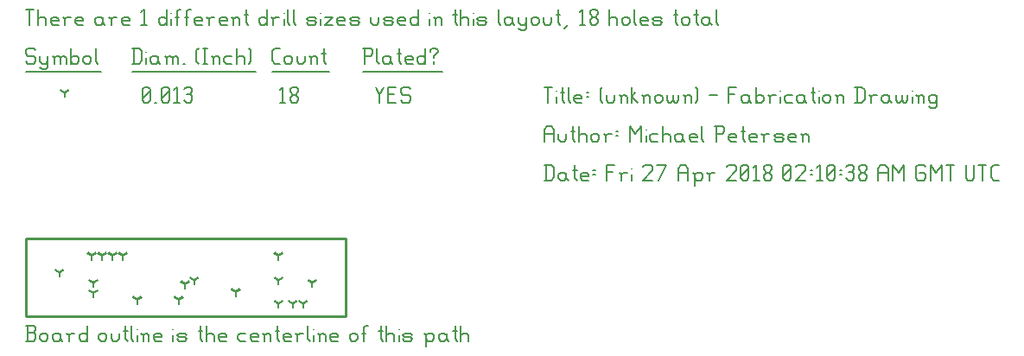
<source format=gbr>
G04 start of page 12 for group -3984 idx -3984 *
G04 Title: (unknown), fab *
G04 Creator: pcb 20140316 *
G04 CreationDate: Fri 27 Apr 2018 02:10:38 AM GMT UTC *
G04 For: petersen *
G04 Format: Gerber/RS-274X *
G04 PCB-Dimensions (mil): 1235.00 300.00 *
G04 PCB-Coordinate-Origin: lower left *
%MOIN*%
%FSLAX25Y25*%
%LNFAB*%
%ADD50C,0.0100*%
%ADD49C,0.0075*%
%ADD48C,0.0060*%
%ADD47C,0.0001*%
%ADD46R,0.0080X0.0080*%
G54D46*X43000Y6500D02*Y4900D01*
G54D47*G36*
X42454Y6647D02*X44533Y7846D01*
X44933Y7153D01*
X42853Y5954D01*
X42454Y6647D01*
G37*
G36*
X43147Y5954D02*X41067Y7153D01*
X41467Y7846D01*
X43546Y6647D01*
X43147Y5954D01*
G37*
G54D46*X26063Y9094D02*Y7494D01*
G54D47*G36*
X25517Y9241D02*X27596Y10441D01*
X27996Y9748D01*
X25916Y8548D01*
X25517Y9241D01*
G37*
G36*
X26210Y8548D02*X24130Y9748D01*
X24530Y10441D01*
X26609Y9241D01*
X26210Y8548D01*
G37*
G54D46*X26063Y13031D02*Y11431D01*
G54D47*G36*
X25517Y13178D02*X27596Y14378D01*
X27996Y13685D01*
X25916Y12485D01*
X25517Y13178D01*
G37*
G36*
X26210Y12485D02*X24130Y13685D01*
X24530Y14378D01*
X26609Y13178D01*
X26210Y12485D01*
G37*
G54D46*X59000Y6500D02*Y4900D01*
G54D47*G36*
X58454Y6647D02*X60533Y7846D01*
X60933Y7153D01*
X58853Y5954D01*
X58454Y6647D01*
G37*
G36*
X59147Y5954D02*X57067Y7153D01*
X57467Y7846D01*
X59546Y6647D01*
X59147Y5954D01*
G37*
G54D46*X97500Y14000D02*Y12400D01*
G54D47*G36*
X96954Y14147D02*X99033Y15346D01*
X99433Y14653D01*
X97353Y13454D01*
X96954Y14147D01*
G37*
G36*
X97647Y13454D02*X95567Y14653D01*
X95967Y15346D01*
X98046Y14147D01*
X97647Y13454D01*
G37*
G54D46*X97500Y5000D02*Y3400D01*
G54D47*G36*
X96954Y5147D02*X99033Y6346D01*
X99433Y5653D01*
X97353Y4454D01*
X96954Y5147D01*
G37*
G36*
X97647Y4454D02*X95567Y5653D01*
X95967Y6346D01*
X98046Y5147D01*
X97647Y4454D01*
G37*
G54D46*X81000Y9500D02*Y7900D01*
G54D47*G36*
X80454Y9647D02*X82533Y10846D01*
X82933Y10153D01*
X80853Y8954D01*
X80454Y9647D01*
G37*
G36*
X81147Y8954D02*X79067Y10153D01*
X79467Y10846D01*
X81546Y9647D01*
X81147Y8954D01*
G37*
G54D46*X25500Y23500D02*Y21900D01*
G54D47*G36*
X24954Y23647D02*X27033Y24846D01*
X27433Y24153D01*
X25353Y22954D01*
X24954Y23647D01*
G37*
G36*
X25647Y22954D02*X23567Y24153D01*
X23967Y24846D01*
X26046Y23647D01*
X25647Y22954D01*
G37*
G54D46*X29500Y23500D02*Y21900D01*
G54D47*G36*
X28954Y23647D02*X31033Y24846D01*
X31433Y24153D01*
X29353Y22954D01*
X28954Y23647D01*
G37*
G36*
X29647Y22954D02*X27567Y24153D01*
X27967Y24846D01*
X30046Y23647D01*
X29647Y22954D01*
G37*
G54D46*X33500Y23500D02*Y21900D01*
G54D47*G36*
X32954Y23647D02*X35033Y24846D01*
X35433Y24153D01*
X33353Y22954D01*
X32954Y23647D01*
G37*
G36*
X33647Y22954D02*X31567Y24153D01*
X31967Y24846D01*
X34046Y23647D01*
X33647Y22954D01*
G37*
G54D46*X37500Y23500D02*Y21900D01*
G54D47*G36*
X36954Y23647D02*X39033Y24846D01*
X39433Y24153D01*
X37353Y22954D01*
X36954Y23647D01*
G37*
G36*
X37647Y22954D02*X35567Y24153D01*
X35967Y24846D01*
X38046Y23647D01*
X37647Y22954D01*
G37*
G54D46*X110500Y13031D02*Y11431D01*
G54D47*G36*
X109954Y13178D02*X112033Y14378D01*
X112433Y13685D01*
X110353Y12485D01*
X109954Y13178D01*
G37*
G36*
X110647Y12485D02*X108567Y13685D01*
X108967Y14378D01*
X111046Y13178D01*
X110647Y12485D01*
G37*
G54D46*X13000Y16969D02*Y15369D01*
G54D47*G36*
X12454Y17115D02*X14533Y18315D01*
X14933Y17622D01*
X12853Y16422D01*
X12454Y17115D01*
G37*
G36*
X13147Y16422D02*X11067Y17622D01*
X11467Y18315D01*
X13546Y17115D01*
X13147Y16422D01*
G37*
G54D46*X97500Y23500D02*Y21900D01*
G54D47*G36*
X96954Y23647D02*X99033Y24846D01*
X99433Y24153D01*
X97353Y22954D01*
X96954Y23647D01*
G37*
G36*
X97647Y22954D02*X95567Y24153D01*
X95967Y24846D01*
X98046Y23647D01*
X97647Y22954D01*
G37*
G54D46*X103000Y5000D02*Y3400D01*
G54D47*G36*
X102454Y5147D02*X104533Y6346D01*
X104933Y5653D01*
X102853Y4454D01*
X102454Y5147D01*
G37*
G36*
X103147Y4454D02*X101067Y5653D01*
X101467Y6346D01*
X103546Y5147D01*
X103147Y4454D01*
G37*
G54D46*X107000Y5000D02*Y3400D01*
G54D47*G36*
X106454Y5147D02*X108533Y6346D01*
X108933Y5653D01*
X106853Y4454D01*
X106454Y5147D01*
G37*
G36*
X107147Y4454D02*X105067Y5653D01*
X105467Y6346D01*
X107546Y5147D01*
X107147Y4454D01*
G37*
G54D46*X61500Y12500D02*Y10900D01*
G54D47*G36*
X60954Y12647D02*X63033Y13846D01*
X63433Y13153D01*
X61353Y11954D01*
X60954Y12647D01*
G37*
G36*
X61647Y11954D02*X59567Y13153D01*
X59967Y13846D01*
X62046Y12647D01*
X61647Y11954D01*
G37*
G54D46*X65000Y14000D02*Y12400D01*
G54D47*G36*
X64454Y14147D02*X66533Y15346D01*
X66933Y14653D01*
X64853Y13454D01*
X64454Y14147D01*
G37*
G36*
X65147Y13454D02*X63067Y14653D01*
X63467Y15346D01*
X65546Y14147D01*
X65147Y13454D01*
G37*
G54D46*X15000Y86250D02*Y84650D01*
G54D47*G36*
X14454Y86397D02*X16533Y87596D01*
X16933Y86903D01*
X14853Y85704D01*
X14454Y86397D01*
G37*
G36*
X15147Y85704D02*X13067Y86903D01*
X13467Y87596D01*
X15546Y86397D01*
X15147Y85704D01*
G37*
G54D48*X135000Y88500D02*X136500Y85500D01*
X138000Y88500D01*
X136500Y85500D02*Y82500D01*
X139800Y85800D02*X142050D01*
X139800Y82500D02*X142800D01*
X139800Y88500D02*Y82500D01*
Y88500D02*X142800D01*
X147600D02*X148350Y87750D01*
X145350Y88500D02*X147600D01*
X144600Y87750D02*X145350Y88500D01*
X144600Y87750D02*Y86250D01*
X145350Y85500D01*
X147600D01*
X148350Y84750D01*
Y83250D01*
X147600Y82500D02*X148350Y83250D01*
X145350Y82500D02*X147600D01*
X144600Y83250D02*X145350Y82500D01*
X98000Y87300D02*X99200Y88500D01*
Y82500D01*
X98000D02*X100250D01*
X102050Y83250D02*X102800Y82500D01*
X102050Y84450D02*Y83250D01*
Y84450D02*X103100Y85500D01*
X104000D01*
X105050Y84450D01*
Y83250D01*
X104300Y82500D02*X105050Y83250D01*
X102800Y82500D02*X104300D01*
X102050Y86550D02*X103100Y85500D01*
X102050Y87750D02*Y86550D01*
Y87750D02*X102800Y88500D01*
X104300D01*
X105050Y87750D01*
Y86550D01*
X104000Y85500D02*X105050Y86550D01*
X45000Y83250D02*X45750Y82500D01*
X45000Y87750D02*Y83250D01*
Y87750D02*X45750Y88500D01*
X47250D01*
X48000Y87750D01*
Y83250D01*
X47250Y82500D02*X48000Y83250D01*
X45750Y82500D02*X47250D01*
X45000Y84000D02*X48000Y87000D01*
X49800Y82500D02*X50550D01*
X52350Y83250D02*X53100Y82500D01*
X52350Y87750D02*Y83250D01*
Y87750D02*X53100Y88500D01*
X54600D01*
X55350Y87750D01*
Y83250D01*
X54600Y82500D02*X55350Y83250D01*
X53100Y82500D02*X54600D01*
X52350Y84000D02*X55350Y87000D01*
X57150Y87300D02*X58350Y88500D01*
Y82500D01*
X57150D02*X59400D01*
X61200Y87750D02*X61950Y88500D01*
X63450D01*
X64200Y87750D01*
X63450Y82500D02*X64200Y83250D01*
X61950Y82500D02*X63450D01*
X61200Y83250D02*X61950Y82500D01*
Y85800D02*X63450D01*
X64200Y87750D02*Y86550D01*
Y85050D02*Y83250D01*
Y85050D02*X63450Y85800D01*
X64200Y86550D02*X63450Y85800D01*
X3000Y103500D02*X3750Y102750D01*
X750Y103500D02*X3000D01*
X0Y102750D02*X750Y103500D01*
X0Y102750D02*Y101250D01*
X750Y100500D01*
X3000D01*
X3750Y99750D01*
Y98250D01*
X3000Y97500D02*X3750Y98250D01*
X750Y97500D02*X3000D01*
X0Y98250D02*X750Y97500D01*
X5550Y100500D02*Y98250D01*
X6300Y97500D01*
X8550Y100500D02*Y96000D01*
X7800Y95250D02*X8550Y96000D01*
X6300Y95250D02*X7800D01*
X5550Y96000D02*X6300Y95250D01*
Y97500D02*X7800D01*
X8550Y98250D01*
X11100Y99750D02*Y97500D01*
Y99750D02*X11850Y100500D01*
X12600D01*
X13350Y99750D01*
Y97500D01*
Y99750D02*X14100Y100500D01*
X14850D01*
X15600Y99750D01*
Y97500D01*
X10350Y100500D02*X11100Y99750D01*
X17400Y103500D02*Y97500D01*
Y98250D02*X18150Y97500D01*
X19650D01*
X20400Y98250D01*
Y99750D02*Y98250D01*
X19650Y100500D02*X20400Y99750D01*
X18150Y100500D02*X19650D01*
X17400Y99750D02*X18150Y100500D01*
X22200Y99750D02*Y98250D01*
Y99750D02*X22950Y100500D01*
X24450D01*
X25200Y99750D01*
Y98250D01*
X24450Y97500D02*X25200Y98250D01*
X22950Y97500D02*X24450D01*
X22200Y98250D02*X22950Y97500D01*
X27000Y103500D02*Y98250D01*
X27750Y97500D01*
X0Y94250D02*X29250D01*
X41750Y103500D02*Y97500D01*
X43700Y103500D02*X44750Y102450D01*
Y98550D01*
X43700Y97500D02*X44750Y98550D01*
X41000Y97500D02*X43700D01*
X41000Y103500D02*X43700D01*
G54D49*X46550Y102000D02*Y101850D01*
G54D48*Y99750D02*Y97500D01*
X50300Y100500D02*X51050Y99750D01*
X48800Y100500D02*X50300D01*
X48050Y99750D02*X48800Y100500D01*
X48050Y99750D02*Y98250D01*
X48800Y97500D01*
X51050Y100500D02*Y98250D01*
X51800Y97500D01*
X48800D02*X50300D01*
X51050Y98250D01*
X54350Y99750D02*Y97500D01*
Y99750D02*X55100Y100500D01*
X55850D01*
X56600Y99750D01*
Y97500D01*
Y99750D02*X57350Y100500D01*
X58100D01*
X58850Y99750D01*
Y97500D01*
X53600Y100500D02*X54350Y99750D01*
X60650Y97500D02*X61400D01*
X65900Y98250D02*X66650Y97500D01*
X65900Y102750D02*X66650Y103500D01*
X65900Y102750D02*Y98250D01*
X68450Y103500D02*X69950D01*
X69200D02*Y97500D01*
X68450D02*X69950D01*
X72500Y99750D02*Y97500D01*
Y99750D02*X73250Y100500D01*
X74000D01*
X74750Y99750D01*
Y97500D01*
X71750Y100500D02*X72500Y99750D01*
X77300Y100500D02*X79550D01*
X76550Y99750D02*X77300Y100500D01*
X76550Y99750D02*Y98250D01*
X77300Y97500D01*
X79550D01*
X81350Y103500D02*Y97500D01*
Y99750D02*X82100Y100500D01*
X83600D01*
X84350Y99750D01*
Y97500D01*
X86150Y103500D02*X86900Y102750D01*
Y98250D01*
X86150Y97500D02*X86900Y98250D01*
X41000Y94250D02*X88700D01*
X96050Y97500D02*X98000D01*
X95000Y98550D02*X96050Y97500D01*
X95000Y102450D02*Y98550D01*
Y102450D02*X96050Y103500D01*
X98000D01*
X99800Y99750D02*Y98250D01*
Y99750D02*X100550Y100500D01*
X102050D01*
X102800Y99750D01*
Y98250D01*
X102050Y97500D02*X102800Y98250D01*
X100550Y97500D02*X102050D01*
X99800Y98250D02*X100550Y97500D01*
X104600Y100500D02*Y98250D01*
X105350Y97500D01*
X106850D01*
X107600Y98250D01*
Y100500D02*Y98250D01*
X110150Y99750D02*Y97500D01*
Y99750D02*X110900Y100500D01*
X111650D01*
X112400Y99750D01*
Y97500D01*
X109400Y100500D02*X110150Y99750D01*
X114950Y103500D02*Y98250D01*
X115700Y97500D01*
X114200Y101250D02*X115700D01*
X95000Y94250D02*X117200D01*
X130750Y103500D02*Y97500D01*
X130000Y103500D02*X133000D01*
X133750Y102750D01*
Y101250D01*
X133000Y100500D02*X133750Y101250D01*
X130750Y100500D02*X133000D01*
X135550Y103500D02*Y98250D01*
X136300Y97500D01*
X140050Y100500D02*X140800Y99750D01*
X138550Y100500D02*X140050D01*
X137800Y99750D02*X138550Y100500D01*
X137800Y99750D02*Y98250D01*
X138550Y97500D01*
X140800Y100500D02*Y98250D01*
X141550Y97500D01*
X138550D02*X140050D01*
X140800Y98250D01*
X144100Y103500D02*Y98250D01*
X144850Y97500D01*
X143350Y101250D02*X144850D01*
X147100Y97500D02*X149350D01*
X146350Y98250D02*X147100Y97500D01*
X146350Y99750D02*Y98250D01*
Y99750D02*X147100Y100500D01*
X148600D01*
X149350Y99750D01*
X146350Y99000D02*X149350D01*
Y99750D02*Y99000D01*
X154150Y103500D02*Y97500D01*
X153400D02*X154150Y98250D01*
X151900Y97500D02*X153400D01*
X151150Y98250D02*X151900Y97500D01*
X151150Y99750D02*Y98250D01*
Y99750D02*X151900Y100500D01*
X153400D01*
X154150Y99750D01*
X157450Y100500D02*Y99750D01*
Y98250D02*Y97500D01*
X155950Y102750D02*Y102000D01*
Y102750D02*X156700Y103500D01*
X158200D01*
X158950Y102750D01*
Y102000D01*
X157450Y100500D02*X158950Y102000D01*
X130000Y94250D02*X160750D01*
X0Y118500D02*X3000D01*
X1500D02*Y112500D01*
X4800Y118500D02*Y112500D01*
Y114750D02*X5550Y115500D01*
X7050D01*
X7800Y114750D01*
Y112500D01*
X10350D02*X12600D01*
X9600Y113250D02*X10350Y112500D01*
X9600Y114750D02*Y113250D01*
Y114750D02*X10350Y115500D01*
X11850D01*
X12600Y114750D01*
X9600Y114000D02*X12600D01*
Y114750D02*Y114000D01*
X15150Y114750D02*Y112500D01*
Y114750D02*X15900Y115500D01*
X17400D01*
X14400D02*X15150Y114750D01*
X19950Y112500D02*X22200D01*
X19200Y113250D02*X19950Y112500D01*
X19200Y114750D02*Y113250D01*
Y114750D02*X19950Y115500D01*
X21450D01*
X22200Y114750D01*
X19200Y114000D02*X22200D01*
Y114750D02*Y114000D01*
X28950Y115500D02*X29700Y114750D01*
X27450Y115500D02*X28950D01*
X26700Y114750D02*X27450Y115500D01*
X26700Y114750D02*Y113250D01*
X27450Y112500D01*
X29700Y115500D02*Y113250D01*
X30450Y112500D01*
X27450D02*X28950D01*
X29700Y113250D01*
X33000Y114750D02*Y112500D01*
Y114750D02*X33750Y115500D01*
X35250D01*
X32250D02*X33000Y114750D01*
X37800Y112500D02*X40050D01*
X37050Y113250D02*X37800Y112500D01*
X37050Y114750D02*Y113250D01*
Y114750D02*X37800Y115500D01*
X39300D01*
X40050Y114750D01*
X37050Y114000D02*X40050D01*
Y114750D02*Y114000D01*
X44550Y117300D02*X45750Y118500D01*
Y112500D01*
X44550D02*X46800D01*
X54300Y118500D02*Y112500D01*
X53550D02*X54300Y113250D01*
X52050Y112500D02*X53550D01*
X51300Y113250D02*X52050Y112500D01*
X51300Y114750D02*Y113250D01*
Y114750D02*X52050Y115500D01*
X53550D01*
X54300Y114750D01*
G54D49*X56100Y117000D02*Y116850D01*
G54D48*Y114750D02*Y112500D01*
X58350Y117750D02*Y112500D01*
Y117750D02*X59100Y118500D01*
X59850D01*
X57600Y115500D02*X59100D01*
X62100Y117750D02*Y112500D01*
Y117750D02*X62850Y118500D01*
X63600D01*
X61350Y115500D02*X62850D01*
X65850Y112500D02*X68100D01*
X65100Y113250D02*X65850Y112500D01*
X65100Y114750D02*Y113250D01*
Y114750D02*X65850Y115500D01*
X67350D01*
X68100Y114750D01*
X65100Y114000D02*X68100D01*
Y114750D02*Y114000D01*
X70650Y114750D02*Y112500D01*
Y114750D02*X71400Y115500D01*
X72900D01*
X69900D02*X70650Y114750D01*
X75450Y112500D02*X77700D01*
X74700Y113250D02*X75450Y112500D01*
X74700Y114750D02*Y113250D01*
Y114750D02*X75450Y115500D01*
X76950D01*
X77700Y114750D01*
X74700Y114000D02*X77700D01*
Y114750D02*Y114000D01*
X80250Y114750D02*Y112500D01*
Y114750D02*X81000Y115500D01*
X81750D01*
X82500Y114750D01*
Y112500D01*
X79500Y115500D02*X80250Y114750D01*
X85050Y118500D02*Y113250D01*
X85800Y112500D01*
X84300Y116250D02*X85800D01*
X93000Y118500D02*Y112500D01*
X92250D02*X93000Y113250D01*
X90750Y112500D02*X92250D01*
X90000Y113250D02*X90750Y112500D01*
X90000Y114750D02*Y113250D01*
Y114750D02*X90750Y115500D01*
X92250D01*
X93000Y114750D01*
X95550D02*Y112500D01*
Y114750D02*X96300Y115500D01*
X97800D01*
X94800D02*X95550Y114750D01*
G54D49*X99600Y117000D02*Y116850D01*
G54D48*Y114750D02*Y112500D01*
X101100Y118500D02*Y113250D01*
X101850Y112500D01*
X103350Y118500D02*Y113250D01*
X104100Y112500D01*
X109050D02*X111300D01*
X112050Y113250D01*
X111300Y114000D02*X112050Y113250D01*
X109050Y114000D02*X111300D01*
X108300Y114750D02*X109050Y114000D01*
X108300Y114750D02*X109050Y115500D01*
X111300D01*
X112050Y114750D01*
X108300Y113250D02*X109050Y112500D01*
G54D49*X113850Y117000D02*Y116850D01*
G54D48*Y114750D02*Y112500D01*
X115350Y115500D02*X118350D01*
X115350Y112500D02*X118350Y115500D01*
X115350Y112500D02*X118350D01*
X120900D02*X123150D01*
X120150Y113250D02*X120900Y112500D01*
X120150Y114750D02*Y113250D01*
Y114750D02*X120900Y115500D01*
X122400D01*
X123150Y114750D01*
X120150Y114000D02*X123150D01*
Y114750D02*Y114000D01*
X125700Y112500D02*X127950D01*
X128700Y113250D01*
X127950Y114000D02*X128700Y113250D01*
X125700Y114000D02*X127950D01*
X124950Y114750D02*X125700Y114000D01*
X124950Y114750D02*X125700Y115500D01*
X127950D01*
X128700Y114750D01*
X124950Y113250D02*X125700Y112500D01*
X133200Y115500D02*Y113250D01*
X133950Y112500D01*
X135450D01*
X136200Y113250D01*
Y115500D02*Y113250D01*
X138750Y112500D02*X141000D01*
X141750Y113250D01*
X141000Y114000D02*X141750Y113250D01*
X138750Y114000D02*X141000D01*
X138000Y114750D02*X138750Y114000D01*
X138000Y114750D02*X138750Y115500D01*
X141000D01*
X141750Y114750D01*
X138000Y113250D02*X138750Y112500D01*
X144300D02*X146550D01*
X143550Y113250D02*X144300Y112500D01*
X143550Y114750D02*Y113250D01*
Y114750D02*X144300Y115500D01*
X145800D01*
X146550Y114750D01*
X143550Y114000D02*X146550D01*
Y114750D02*Y114000D01*
X151350Y118500D02*Y112500D01*
X150600D02*X151350Y113250D01*
X149100Y112500D02*X150600D01*
X148350Y113250D02*X149100Y112500D01*
X148350Y114750D02*Y113250D01*
Y114750D02*X149100Y115500D01*
X150600D01*
X151350Y114750D01*
G54D49*X155850Y117000D02*Y116850D01*
G54D48*Y114750D02*Y112500D01*
X158100Y114750D02*Y112500D01*
Y114750D02*X158850Y115500D01*
X159600D01*
X160350Y114750D01*
Y112500D01*
X157350Y115500D02*X158100Y114750D01*
X165600Y118500D02*Y113250D01*
X166350Y112500D01*
X164850Y116250D02*X166350D01*
X167850Y118500D02*Y112500D01*
Y114750D02*X168600Y115500D01*
X170100D01*
X170850Y114750D01*
Y112500D01*
G54D49*X172650Y117000D02*Y116850D01*
G54D48*Y114750D02*Y112500D01*
X174900D02*X177150D01*
X177900Y113250D01*
X177150Y114000D02*X177900Y113250D01*
X174900Y114000D02*X177150D01*
X174150Y114750D02*X174900Y114000D01*
X174150Y114750D02*X174900Y115500D01*
X177150D01*
X177900Y114750D01*
X174150Y113250D02*X174900Y112500D01*
X182400Y118500D02*Y113250D01*
X183150Y112500D01*
X186900Y115500D02*X187650Y114750D01*
X185400Y115500D02*X186900D01*
X184650Y114750D02*X185400Y115500D01*
X184650Y114750D02*Y113250D01*
X185400Y112500D01*
X187650Y115500D02*Y113250D01*
X188400Y112500D01*
X185400D02*X186900D01*
X187650Y113250D01*
X190200Y115500D02*Y113250D01*
X190950Y112500D01*
X193200Y115500D02*Y111000D01*
X192450Y110250D02*X193200Y111000D01*
X190950Y110250D02*X192450D01*
X190200Y111000D02*X190950Y110250D01*
Y112500D02*X192450D01*
X193200Y113250D01*
X195000Y114750D02*Y113250D01*
Y114750D02*X195750Y115500D01*
X197250D01*
X198000Y114750D01*
Y113250D01*
X197250Y112500D02*X198000Y113250D01*
X195750Y112500D02*X197250D01*
X195000Y113250D02*X195750Y112500D01*
X199800Y115500D02*Y113250D01*
X200550Y112500D01*
X202050D01*
X202800Y113250D01*
Y115500D02*Y113250D01*
X205350Y118500D02*Y113250D01*
X206100Y112500D01*
X204600Y116250D02*X206100D01*
X207600Y111000D02*X209100Y112500D01*
X213600Y117300D02*X214800Y118500D01*
Y112500D01*
X213600D02*X215850D01*
X217650Y113250D02*X218400Y112500D01*
X217650Y114450D02*Y113250D01*
Y114450D02*X218700Y115500D01*
X219600D01*
X220650Y114450D01*
Y113250D01*
X219900Y112500D02*X220650Y113250D01*
X218400Y112500D02*X219900D01*
X217650Y116550D02*X218700Y115500D01*
X217650Y117750D02*Y116550D01*
Y117750D02*X218400Y118500D01*
X219900D01*
X220650Y117750D01*
Y116550D01*
X219600Y115500D02*X220650Y116550D01*
X225150Y118500D02*Y112500D01*
Y114750D02*X225900Y115500D01*
X227400D01*
X228150Y114750D01*
Y112500D01*
X229950Y114750D02*Y113250D01*
Y114750D02*X230700Y115500D01*
X232200D01*
X232950Y114750D01*
Y113250D01*
X232200Y112500D02*X232950Y113250D01*
X230700Y112500D02*X232200D01*
X229950Y113250D02*X230700Y112500D01*
X234750Y118500D02*Y113250D01*
X235500Y112500D01*
X237750D02*X240000D01*
X237000Y113250D02*X237750Y112500D01*
X237000Y114750D02*Y113250D01*
Y114750D02*X237750Y115500D01*
X239250D01*
X240000Y114750D01*
X237000Y114000D02*X240000D01*
Y114750D02*Y114000D01*
X242550Y112500D02*X244800D01*
X245550Y113250D01*
X244800Y114000D02*X245550Y113250D01*
X242550Y114000D02*X244800D01*
X241800Y114750D02*X242550Y114000D01*
X241800Y114750D02*X242550Y115500D01*
X244800D01*
X245550Y114750D01*
X241800Y113250D02*X242550Y112500D01*
X250800Y118500D02*Y113250D01*
X251550Y112500D01*
X250050Y116250D02*X251550D01*
X253050Y114750D02*Y113250D01*
Y114750D02*X253800Y115500D01*
X255300D01*
X256050Y114750D01*
Y113250D01*
X255300Y112500D02*X256050Y113250D01*
X253800Y112500D02*X255300D01*
X253050Y113250D02*X253800Y112500D01*
X258600Y118500D02*Y113250D01*
X259350Y112500D01*
X257850Y116250D02*X259350D01*
X263100Y115500D02*X263850Y114750D01*
X261600Y115500D02*X263100D01*
X260850Y114750D02*X261600Y115500D01*
X260850Y114750D02*Y113250D01*
X261600Y112500D01*
X263850Y115500D02*Y113250D01*
X264600Y112500D01*
X261600D02*X263100D01*
X263850Y113250D01*
X266400Y118500D02*Y113250D01*
X267150Y112500D01*
G54D50*X0Y30000D02*X123500D01*
Y0D01*
X0D01*
Y30000D01*
G54D48*Y-9500D02*X3000D01*
X3750Y-8750D01*
Y-6950D02*Y-8750D01*
X3000Y-6200D02*X3750Y-6950D01*
X750Y-6200D02*X3000D01*
X750Y-3500D02*Y-9500D01*
X0Y-3500D02*X3000D01*
X3750Y-4250D01*
Y-5450D01*
X3000Y-6200D02*X3750Y-5450D01*
X5550Y-7250D02*Y-8750D01*
Y-7250D02*X6300Y-6500D01*
X7800D01*
X8550Y-7250D01*
Y-8750D01*
X7800Y-9500D02*X8550Y-8750D01*
X6300Y-9500D02*X7800D01*
X5550Y-8750D02*X6300Y-9500D01*
X12600Y-6500D02*X13350Y-7250D01*
X11100Y-6500D02*X12600D01*
X10350Y-7250D02*X11100Y-6500D01*
X10350Y-7250D02*Y-8750D01*
X11100Y-9500D01*
X13350Y-6500D02*Y-8750D01*
X14100Y-9500D01*
X11100D02*X12600D01*
X13350Y-8750D01*
X16650Y-7250D02*Y-9500D01*
Y-7250D02*X17400Y-6500D01*
X18900D01*
X15900D02*X16650Y-7250D01*
X23700Y-3500D02*Y-9500D01*
X22950D02*X23700Y-8750D01*
X21450Y-9500D02*X22950D01*
X20700Y-8750D02*X21450Y-9500D01*
X20700Y-7250D02*Y-8750D01*
Y-7250D02*X21450Y-6500D01*
X22950D01*
X23700Y-7250D01*
X28200D02*Y-8750D01*
Y-7250D02*X28950Y-6500D01*
X30450D01*
X31200Y-7250D01*
Y-8750D01*
X30450Y-9500D02*X31200Y-8750D01*
X28950Y-9500D02*X30450D01*
X28200Y-8750D02*X28950Y-9500D01*
X33000Y-6500D02*Y-8750D01*
X33750Y-9500D01*
X35250D01*
X36000Y-8750D01*
Y-6500D02*Y-8750D01*
X38550Y-3500D02*Y-8750D01*
X39300Y-9500D01*
X37800Y-5750D02*X39300D01*
X40800Y-3500D02*Y-8750D01*
X41550Y-9500D01*
G54D49*X43050Y-5000D02*Y-5150D01*
G54D48*Y-7250D02*Y-9500D01*
X45300Y-7250D02*Y-9500D01*
Y-7250D02*X46050Y-6500D01*
X46800D01*
X47550Y-7250D01*
Y-9500D01*
X44550Y-6500D02*X45300Y-7250D01*
X50100Y-9500D02*X52350D01*
X49350Y-8750D02*X50100Y-9500D01*
X49350Y-7250D02*Y-8750D01*
Y-7250D02*X50100Y-6500D01*
X51600D01*
X52350Y-7250D01*
X49350Y-8000D02*X52350D01*
Y-7250D02*Y-8000D01*
G54D49*X56850Y-5000D02*Y-5150D01*
G54D48*Y-7250D02*Y-9500D01*
X59100D02*X61350D01*
X62100Y-8750D01*
X61350Y-8000D02*X62100Y-8750D01*
X59100Y-8000D02*X61350D01*
X58350Y-7250D02*X59100Y-8000D01*
X58350Y-7250D02*X59100Y-6500D01*
X61350D01*
X62100Y-7250D01*
X58350Y-8750D02*X59100Y-9500D01*
X67350Y-3500D02*Y-8750D01*
X68100Y-9500D01*
X66600Y-5750D02*X68100D01*
X69600Y-3500D02*Y-9500D01*
Y-7250D02*X70350Y-6500D01*
X71850D01*
X72600Y-7250D01*
Y-9500D01*
X75150D02*X77400D01*
X74400Y-8750D02*X75150Y-9500D01*
X74400Y-7250D02*Y-8750D01*
Y-7250D02*X75150Y-6500D01*
X76650D01*
X77400Y-7250D01*
X74400Y-8000D02*X77400D01*
Y-7250D02*Y-8000D01*
X82650Y-6500D02*X84900D01*
X81900Y-7250D02*X82650Y-6500D01*
X81900Y-7250D02*Y-8750D01*
X82650Y-9500D01*
X84900D01*
X87450D02*X89700D01*
X86700Y-8750D02*X87450Y-9500D01*
X86700Y-7250D02*Y-8750D01*
Y-7250D02*X87450Y-6500D01*
X88950D01*
X89700Y-7250D01*
X86700Y-8000D02*X89700D01*
Y-7250D02*Y-8000D01*
X92250Y-7250D02*Y-9500D01*
Y-7250D02*X93000Y-6500D01*
X93750D01*
X94500Y-7250D01*
Y-9500D01*
X91500Y-6500D02*X92250Y-7250D01*
X97050Y-3500D02*Y-8750D01*
X97800Y-9500D01*
X96300Y-5750D02*X97800D01*
X100050Y-9500D02*X102300D01*
X99300Y-8750D02*X100050Y-9500D01*
X99300Y-7250D02*Y-8750D01*
Y-7250D02*X100050Y-6500D01*
X101550D01*
X102300Y-7250D01*
X99300Y-8000D02*X102300D01*
Y-7250D02*Y-8000D01*
X104850Y-7250D02*Y-9500D01*
Y-7250D02*X105600Y-6500D01*
X107100D01*
X104100D02*X104850Y-7250D01*
X108900Y-3500D02*Y-8750D01*
X109650Y-9500D01*
G54D49*X111150Y-5000D02*Y-5150D01*
G54D48*Y-7250D02*Y-9500D01*
X113400Y-7250D02*Y-9500D01*
Y-7250D02*X114150Y-6500D01*
X114900D01*
X115650Y-7250D01*
Y-9500D01*
X112650Y-6500D02*X113400Y-7250D01*
X118200Y-9500D02*X120450D01*
X117450Y-8750D02*X118200Y-9500D01*
X117450Y-7250D02*Y-8750D01*
Y-7250D02*X118200Y-6500D01*
X119700D01*
X120450Y-7250D01*
X117450Y-8000D02*X120450D01*
Y-7250D02*Y-8000D01*
X124950Y-7250D02*Y-8750D01*
Y-7250D02*X125700Y-6500D01*
X127200D01*
X127950Y-7250D01*
Y-8750D01*
X127200Y-9500D02*X127950Y-8750D01*
X125700Y-9500D02*X127200D01*
X124950Y-8750D02*X125700Y-9500D01*
X130500Y-4250D02*Y-9500D01*
Y-4250D02*X131250Y-3500D01*
X132000D01*
X129750Y-6500D02*X131250D01*
X136950Y-3500D02*Y-8750D01*
X137700Y-9500D01*
X136200Y-5750D02*X137700D01*
X139200Y-3500D02*Y-9500D01*
Y-7250D02*X139950Y-6500D01*
X141450D01*
X142200Y-7250D01*
Y-9500D01*
G54D49*X144000Y-5000D02*Y-5150D01*
G54D48*Y-7250D02*Y-9500D01*
X146250D02*X148500D01*
X149250Y-8750D01*
X148500Y-8000D02*X149250Y-8750D01*
X146250Y-8000D02*X148500D01*
X145500Y-7250D02*X146250Y-8000D01*
X145500Y-7250D02*X146250Y-6500D01*
X148500D01*
X149250Y-7250D01*
X145500Y-8750D02*X146250Y-9500D01*
X154500Y-7250D02*Y-11750D01*
X153750Y-6500D02*X154500Y-7250D01*
X155250Y-6500D01*
X156750D01*
X157500Y-7250D01*
Y-8750D01*
X156750Y-9500D02*X157500Y-8750D01*
X155250Y-9500D02*X156750D01*
X154500Y-8750D02*X155250Y-9500D01*
X161550Y-6500D02*X162300Y-7250D01*
X160050Y-6500D02*X161550D01*
X159300Y-7250D02*X160050Y-6500D01*
X159300Y-7250D02*Y-8750D01*
X160050Y-9500D01*
X162300Y-6500D02*Y-8750D01*
X163050Y-9500D01*
X160050D02*X161550D01*
X162300Y-8750D01*
X165600Y-3500D02*Y-8750D01*
X166350Y-9500D01*
X164850Y-5750D02*X166350D01*
X167850Y-3500D02*Y-9500D01*
Y-7250D02*X168600Y-6500D01*
X170100D01*
X170850Y-7250D01*
Y-9500D01*
X200750Y58500D02*Y52500D01*
X202700Y58500D02*X203750Y57450D01*
Y53550D01*
X202700Y52500D02*X203750Y53550D01*
X200000Y52500D02*X202700D01*
X200000Y58500D02*X202700D01*
X207800Y55500D02*X208550Y54750D01*
X206300Y55500D02*X207800D01*
X205550Y54750D02*X206300Y55500D01*
X205550Y54750D02*Y53250D01*
X206300Y52500D01*
X208550Y55500D02*Y53250D01*
X209300Y52500D01*
X206300D02*X207800D01*
X208550Y53250D01*
X211850Y58500D02*Y53250D01*
X212600Y52500D01*
X211100Y56250D02*X212600D01*
X214850Y52500D02*X217100D01*
X214100Y53250D02*X214850Y52500D01*
X214100Y54750D02*Y53250D01*
Y54750D02*X214850Y55500D01*
X216350D01*
X217100Y54750D01*
X214100Y54000D02*X217100D01*
Y54750D02*Y54000D01*
X218900Y56250D02*X219650D01*
X218900Y54750D02*X219650D01*
X224150Y58500D02*Y52500D01*
Y58500D02*X227150D01*
X224150Y55800D02*X226400D01*
X229700Y54750D02*Y52500D01*
Y54750D02*X230450Y55500D01*
X231950D01*
X228950D02*X229700Y54750D01*
G54D49*X233750Y57000D02*Y56850D01*
G54D48*Y54750D02*Y52500D01*
X237950Y57750D02*X238700Y58500D01*
X240950D01*
X241700Y57750D01*
Y56250D01*
X237950Y52500D02*X241700Y56250D01*
X237950Y52500D02*X241700D01*
X244250D02*X247250Y58500D01*
X243500D02*X247250D01*
X251750Y57000D02*Y52500D01*
Y57000D02*X252800Y58500D01*
X254450D01*
X255500Y57000D01*
Y52500D01*
X251750Y55500D02*X255500D01*
X258050Y54750D02*Y50250D01*
X257300Y55500D02*X258050Y54750D01*
X258800Y55500D01*
X260300D01*
X261050Y54750D01*
Y53250D01*
X260300Y52500D02*X261050Y53250D01*
X258800Y52500D02*X260300D01*
X258050Y53250D02*X258800Y52500D01*
X263600Y54750D02*Y52500D01*
Y54750D02*X264350Y55500D01*
X265850D01*
X262850D02*X263600Y54750D01*
X270350Y57750D02*X271100Y58500D01*
X273350D01*
X274100Y57750D01*
Y56250D01*
X270350Y52500D02*X274100Y56250D01*
X270350Y52500D02*X274100D01*
X275900Y53250D02*X276650Y52500D01*
X275900Y57750D02*Y53250D01*
Y57750D02*X276650Y58500D01*
X278150D01*
X278900Y57750D01*
Y53250D01*
X278150Y52500D02*X278900Y53250D01*
X276650Y52500D02*X278150D01*
X275900Y54000D02*X278900Y57000D01*
X280700Y57300D02*X281900Y58500D01*
Y52500D01*
X280700D02*X282950D01*
X284750Y53250D02*X285500Y52500D01*
X284750Y54450D02*Y53250D01*
Y54450D02*X285800Y55500D01*
X286700D01*
X287750Y54450D01*
Y53250D01*
X287000Y52500D02*X287750Y53250D01*
X285500Y52500D02*X287000D01*
X284750Y56550D02*X285800Y55500D01*
X284750Y57750D02*Y56550D01*
Y57750D02*X285500Y58500D01*
X287000D01*
X287750Y57750D01*
Y56550D01*
X286700Y55500D02*X287750Y56550D01*
X292250Y53250D02*X293000Y52500D01*
X292250Y57750D02*Y53250D01*
Y57750D02*X293000Y58500D01*
X294500D01*
X295250Y57750D01*
Y53250D01*
X294500Y52500D02*X295250Y53250D01*
X293000Y52500D02*X294500D01*
X292250Y54000D02*X295250Y57000D01*
X297050Y57750D02*X297800Y58500D01*
X300050D01*
X300800Y57750D01*
Y56250D01*
X297050Y52500D02*X300800Y56250D01*
X297050Y52500D02*X300800D01*
X302600Y56250D02*X303350D01*
X302600Y54750D02*X303350D01*
X305150Y57300D02*X306350Y58500D01*
Y52500D01*
X305150D02*X307400D01*
X309200Y53250D02*X309950Y52500D01*
X309200Y57750D02*Y53250D01*
Y57750D02*X309950Y58500D01*
X311450D01*
X312200Y57750D01*
Y53250D01*
X311450Y52500D02*X312200Y53250D01*
X309950Y52500D02*X311450D01*
X309200Y54000D02*X312200Y57000D01*
X314000Y56250D02*X314750D01*
X314000Y54750D02*X314750D01*
X316550Y57750D02*X317300Y58500D01*
X318800D01*
X319550Y57750D01*
X318800Y52500D02*X319550Y53250D01*
X317300Y52500D02*X318800D01*
X316550Y53250D02*X317300Y52500D01*
Y55800D02*X318800D01*
X319550Y57750D02*Y56550D01*
Y55050D02*Y53250D01*
Y55050D02*X318800Y55800D01*
X319550Y56550D02*X318800Y55800D01*
X321350Y53250D02*X322100Y52500D01*
X321350Y54450D02*Y53250D01*
Y54450D02*X322400Y55500D01*
X323300D01*
X324350Y54450D01*
Y53250D01*
X323600Y52500D02*X324350Y53250D01*
X322100Y52500D02*X323600D01*
X321350Y56550D02*X322400Y55500D01*
X321350Y57750D02*Y56550D01*
Y57750D02*X322100Y58500D01*
X323600D01*
X324350Y57750D01*
Y56550D01*
X323300Y55500D02*X324350Y56550D01*
X328850Y57000D02*Y52500D01*
Y57000D02*X329900Y58500D01*
X331550D01*
X332600Y57000D01*
Y52500D01*
X328850Y55500D02*X332600D01*
X334400Y58500D02*Y52500D01*
Y58500D02*X336650Y55500D01*
X338900Y58500D01*
Y52500D01*
X346400Y58500D02*X347150Y57750D01*
X344150Y58500D02*X346400D01*
X343400Y57750D02*X344150Y58500D01*
X343400Y57750D02*Y53250D01*
X344150Y52500D01*
X346400D01*
X347150Y53250D01*
Y54750D02*Y53250D01*
X346400Y55500D02*X347150Y54750D01*
X344900Y55500D02*X346400D01*
X348950Y58500D02*Y52500D01*
Y58500D02*X351200Y55500D01*
X353450Y58500D01*
Y52500D01*
X355250Y58500D02*X358250D01*
X356750D02*Y52500D01*
X362750Y58500D02*Y53250D01*
X363500Y52500D01*
X365000D01*
X365750Y53250D01*
Y58500D02*Y53250D01*
X367550Y58500D02*X370550D01*
X369050D02*Y52500D01*
X373400D02*X375350D01*
X372350Y53550D02*X373400Y52500D01*
X372350Y57450D02*Y53550D01*
Y57450D02*X373400Y58500D01*
X375350D01*
X200000Y72000D02*Y67500D01*
Y72000D02*X201050Y73500D01*
X202700D01*
X203750Y72000D01*
Y67500D01*
X200000Y70500D02*X203750D01*
X205550D02*Y68250D01*
X206300Y67500D01*
X207800D01*
X208550Y68250D01*
Y70500D02*Y68250D01*
X211100Y73500D02*Y68250D01*
X211850Y67500D01*
X210350Y71250D02*X211850D01*
X213350Y73500D02*Y67500D01*
Y69750D02*X214100Y70500D01*
X215600D01*
X216350Y69750D01*
Y67500D01*
X218150Y69750D02*Y68250D01*
Y69750D02*X218900Y70500D01*
X220400D01*
X221150Y69750D01*
Y68250D01*
X220400Y67500D02*X221150Y68250D01*
X218900Y67500D02*X220400D01*
X218150Y68250D02*X218900Y67500D01*
X223700Y69750D02*Y67500D01*
Y69750D02*X224450Y70500D01*
X225950D01*
X222950D02*X223700Y69750D01*
X227750Y71250D02*X228500D01*
X227750Y69750D02*X228500D01*
X233000Y73500D02*Y67500D01*
Y73500D02*X235250Y70500D01*
X237500Y73500D01*
Y67500D01*
G54D49*X239300Y72000D02*Y71850D01*
G54D48*Y69750D02*Y67500D01*
X241550Y70500D02*X243800D01*
X240800Y69750D02*X241550Y70500D01*
X240800Y69750D02*Y68250D01*
X241550Y67500D01*
X243800D01*
X245600Y73500D02*Y67500D01*
Y69750D02*X246350Y70500D01*
X247850D01*
X248600Y69750D01*
Y67500D01*
X252650Y70500D02*X253400Y69750D01*
X251150Y70500D02*X252650D01*
X250400Y69750D02*X251150Y70500D01*
X250400Y69750D02*Y68250D01*
X251150Y67500D01*
X253400Y70500D02*Y68250D01*
X254150Y67500D01*
X251150D02*X252650D01*
X253400Y68250D01*
X256700Y67500D02*X258950D01*
X255950Y68250D02*X256700Y67500D01*
X255950Y69750D02*Y68250D01*
Y69750D02*X256700Y70500D01*
X258200D01*
X258950Y69750D01*
X255950Y69000D02*X258950D01*
Y69750D02*Y69000D01*
X260750Y73500D02*Y68250D01*
X261500Y67500D01*
X266450Y73500D02*Y67500D01*
X265700Y73500D02*X268700D01*
X269450Y72750D01*
Y71250D01*
X268700Y70500D02*X269450Y71250D01*
X266450Y70500D02*X268700D01*
X272000Y67500D02*X274250D01*
X271250Y68250D02*X272000Y67500D01*
X271250Y69750D02*Y68250D01*
Y69750D02*X272000Y70500D01*
X273500D01*
X274250Y69750D01*
X271250Y69000D02*X274250D01*
Y69750D02*Y69000D01*
X276800Y73500D02*Y68250D01*
X277550Y67500D01*
X276050Y71250D02*X277550D01*
X279800Y67500D02*X282050D01*
X279050Y68250D02*X279800Y67500D01*
X279050Y69750D02*Y68250D01*
Y69750D02*X279800Y70500D01*
X281300D01*
X282050Y69750D01*
X279050Y69000D02*X282050D01*
Y69750D02*Y69000D01*
X284600Y69750D02*Y67500D01*
Y69750D02*X285350Y70500D01*
X286850D01*
X283850D02*X284600Y69750D01*
X289400Y67500D02*X291650D01*
X292400Y68250D01*
X291650Y69000D02*X292400Y68250D01*
X289400Y69000D02*X291650D01*
X288650Y69750D02*X289400Y69000D01*
X288650Y69750D02*X289400Y70500D01*
X291650D01*
X292400Y69750D01*
X288650Y68250D02*X289400Y67500D01*
X294950D02*X297200D01*
X294200Y68250D02*X294950Y67500D01*
X294200Y69750D02*Y68250D01*
Y69750D02*X294950Y70500D01*
X296450D01*
X297200Y69750D01*
X294200Y69000D02*X297200D01*
Y69750D02*Y69000D01*
X299750Y69750D02*Y67500D01*
Y69750D02*X300500Y70500D01*
X301250D01*
X302000Y69750D01*
Y67500D01*
X299000Y70500D02*X299750Y69750D01*
X200000Y88500D02*X203000D01*
X201500D02*Y82500D01*
G54D49*X204800Y87000D02*Y86850D01*
G54D48*Y84750D02*Y82500D01*
X207050Y88500D02*Y83250D01*
X207800Y82500D01*
X206300Y86250D02*X207800D01*
X209300Y88500D02*Y83250D01*
X210050Y82500D01*
X212300D02*X214550D01*
X211550Y83250D02*X212300Y82500D01*
X211550Y84750D02*Y83250D01*
Y84750D02*X212300Y85500D01*
X213800D01*
X214550Y84750D01*
X211550Y84000D02*X214550D01*
Y84750D02*Y84000D01*
X216350Y86250D02*X217100D01*
X216350Y84750D02*X217100D01*
X221600Y83250D02*X222350Y82500D01*
X221600Y87750D02*X222350Y88500D01*
X221600Y87750D02*Y83250D01*
X224150Y85500D02*Y83250D01*
X224900Y82500D01*
X226400D01*
X227150Y83250D01*
Y85500D02*Y83250D01*
X229700Y84750D02*Y82500D01*
Y84750D02*X230450Y85500D01*
X231200D01*
X231950Y84750D01*
Y82500D01*
X228950Y85500D02*X229700Y84750D01*
X233750Y88500D02*Y82500D01*
Y84750D02*X236000Y82500D01*
X233750Y84750D02*X235250Y86250D01*
X238550Y84750D02*Y82500D01*
Y84750D02*X239300Y85500D01*
X240050D01*
X240800Y84750D01*
Y82500D01*
X237800Y85500D02*X238550Y84750D01*
X242600D02*Y83250D01*
Y84750D02*X243350Y85500D01*
X244850D01*
X245600Y84750D01*
Y83250D01*
X244850Y82500D02*X245600Y83250D01*
X243350Y82500D02*X244850D01*
X242600Y83250D02*X243350Y82500D01*
X247400Y85500D02*Y83250D01*
X248150Y82500D01*
X248900D01*
X249650Y83250D01*
Y85500D02*Y83250D01*
X250400Y82500D01*
X251150D01*
X251900Y83250D01*
Y85500D02*Y83250D01*
X254450Y84750D02*Y82500D01*
Y84750D02*X255200Y85500D01*
X255950D01*
X256700Y84750D01*
Y82500D01*
X253700Y85500D02*X254450Y84750D01*
X258500Y88500D02*X259250Y87750D01*
Y83250D01*
X258500Y82500D02*X259250Y83250D01*
X263750Y85500D02*X266750D01*
X271250Y88500D02*Y82500D01*
Y88500D02*X274250D01*
X271250Y85800D02*X273500D01*
X278300Y85500D02*X279050Y84750D01*
X276800Y85500D02*X278300D01*
X276050Y84750D02*X276800Y85500D01*
X276050Y84750D02*Y83250D01*
X276800Y82500D01*
X279050Y85500D02*Y83250D01*
X279800Y82500D01*
X276800D02*X278300D01*
X279050Y83250D01*
X281600Y88500D02*Y82500D01*
Y83250D02*X282350Y82500D01*
X283850D01*
X284600Y83250D01*
Y84750D02*Y83250D01*
X283850Y85500D02*X284600Y84750D01*
X282350Y85500D02*X283850D01*
X281600Y84750D02*X282350Y85500D01*
X287150Y84750D02*Y82500D01*
Y84750D02*X287900Y85500D01*
X289400D01*
X286400D02*X287150Y84750D01*
G54D49*X291200Y87000D02*Y86850D01*
G54D48*Y84750D02*Y82500D01*
X293450Y85500D02*X295700D01*
X292700Y84750D02*X293450Y85500D01*
X292700Y84750D02*Y83250D01*
X293450Y82500D01*
X295700D01*
X299750Y85500D02*X300500Y84750D01*
X298250Y85500D02*X299750D01*
X297500Y84750D02*X298250Y85500D01*
X297500Y84750D02*Y83250D01*
X298250Y82500D01*
X300500Y85500D02*Y83250D01*
X301250Y82500D01*
X298250D02*X299750D01*
X300500Y83250D01*
X303800Y88500D02*Y83250D01*
X304550Y82500D01*
X303050Y86250D02*X304550D01*
G54D49*X306050Y87000D02*Y86850D01*
G54D48*Y84750D02*Y82500D01*
X307550Y84750D02*Y83250D01*
Y84750D02*X308300Y85500D01*
X309800D01*
X310550Y84750D01*
Y83250D01*
X309800Y82500D02*X310550Y83250D01*
X308300Y82500D02*X309800D01*
X307550Y83250D02*X308300Y82500D01*
X313100Y84750D02*Y82500D01*
Y84750D02*X313850Y85500D01*
X314600D01*
X315350Y84750D01*
Y82500D01*
X312350Y85500D02*X313100Y84750D01*
X320600Y88500D02*Y82500D01*
X322550Y88500D02*X323600Y87450D01*
Y83550D01*
X322550Y82500D02*X323600Y83550D01*
X319850Y82500D02*X322550D01*
X319850Y88500D02*X322550D01*
X326150Y84750D02*Y82500D01*
Y84750D02*X326900Y85500D01*
X328400D01*
X325400D02*X326150Y84750D01*
X332450Y85500D02*X333200Y84750D01*
X330950Y85500D02*X332450D01*
X330200Y84750D02*X330950Y85500D01*
X330200Y84750D02*Y83250D01*
X330950Y82500D01*
X333200Y85500D02*Y83250D01*
X333950Y82500D01*
X330950D02*X332450D01*
X333200Y83250D01*
X335750Y85500D02*Y83250D01*
X336500Y82500D01*
X337250D01*
X338000Y83250D01*
Y85500D02*Y83250D01*
X338750Y82500D01*
X339500D01*
X340250Y83250D01*
Y85500D02*Y83250D01*
G54D49*X342050Y87000D02*Y86850D01*
G54D48*Y84750D02*Y82500D01*
X344300Y84750D02*Y82500D01*
Y84750D02*X345050Y85500D01*
X345800D01*
X346550Y84750D01*
Y82500D01*
X343550Y85500D02*X344300Y84750D01*
X350600Y85500D02*X351350Y84750D01*
X349100Y85500D02*X350600D01*
X348350Y84750D02*X349100Y85500D01*
X348350Y84750D02*Y83250D01*
X349100Y82500D01*
X350600D01*
X351350Y83250D01*
X348350Y81000D02*X349100Y80250D01*
X350600D01*
X351350Y81000D01*
Y85500D02*Y81000D01*
M02*

</source>
